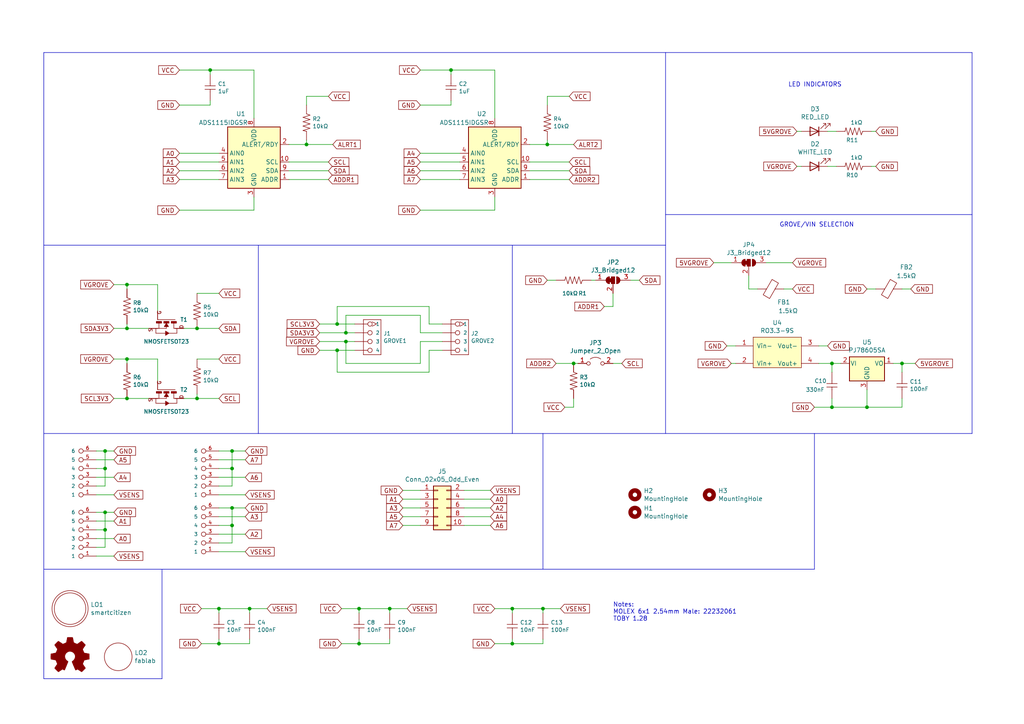
<source format=kicad_sch>
(kicad_sch (version 20230121) (generator eeschema)
  (paper "A4")
  (lib_symbols
    (symbol "Analog_ADC:ADS1115IDGS"
      (property "Reference" "U" (at 2.54 13.97 0))
      (property "Value" "ADS1115IDGS" (at 7.62 11.43 0))
      (symbol "ADS1115IDGS_1_1"
        (pin input line (at 10.16 -5.08 180) (length 2.54) (name "ADDR") (number "1"))
        (pin input line (at 10.16 0 180) (length 2.54) (name "SCL") (number "10"))
        (pin output line (at 10.16 5.08 180) (length 2.54) (name "ALERT/RDY") (number "2"))
        (pin power_in line (at 0 -10.16 90) (length 2.54) (name "GND") (number "3"))
        (pin input line (at -10.16 2.54 0) (length 2.54) (name "AIN0") (number "4"))
        (pin input line (at -10.16 0 0) (length 2.54) (name "AIN1") (number "5"))
        (pin input line (at -10.16 -2.54 0) (length 2.54) (name "AIN2") (number "6"))
        (pin input line (at -10.16 -5.08 0) (length 2.54) (name "AIN3") (number "7"))
        (pin power_in line (at 0 12.7 270) (length 2.54) (name "VDD") (number "8"))
        (pin bidirectional line (at 10.16 -2.54 180) (length 2.54) (name "SDA") (number "9"))
      )
    )
    (symbol "Connector_Generic:Conn_02x05_Odd_Even" (pin_names (offset 1.016) hide)
      (property "Reference" "J" (at 1.27 7.62 0))
      (property "Value" "Conn_02x05_Odd_Even" (at 1.27 -7.62 0))
      (symbol "Conn_02x05_Odd_Even_1_1"
        (pin passive line (at -5.08 5.08 0) (length 3.81) (name "Pin_1") (number "1"))
        (pin passive line (at 7.62 -5.08 180) (length 3.81) (name "Pin_10") (number "10"))
        (pin passive line (at 7.62 5.08 180) (length 3.81) (name "Pin_2") (number "2"))
        (pin passive line (at -5.08 2.54 0) (length 3.81) (name "Pin_3") (number "3"))
        (pin passive line (at 7.62 2.54 180) (length 3.81) (name "Pin_4") (number "4"))
        (pin passive line (at -5.08 0 0) (length 3.81) (name "Pin_5") (number "5"))
        (pin passive line (at 7.62 0 180) (length 3.81) (name "Pin_6") (number "6"))
        (pin passive line (at -5.08 -2.54 0) (length 3.81) (name "Pin_7") (number "7"))
        (pin passive line (at 7.62 -2.54 180) (length 3.81) (name "Pin_8") (number "8"))
        (pin passive line (at -5.08 -5.08 0) (length 3.81) (name "Pin_9") (number "9"))
      )
    )
    (symbol "Device:FerriteBead" (pin_numbers hide) (pin_names (offset 0))
      (property "Reference" "FB" (at -3.81 0.635 90))
      (property "Value" "FerriteBead" (at 3.81 0 90))
      (symbol "FerriteBead_1_1"
        (pin passive line (at 0 3.81 270) (length 2.54) (name "~") (number "1"))
        (pin passive line (at 0 -3.81 90) (length 2.54) (name "~") (number "2"))
      )
    )
    (symbol "Device:LED" (pin_numbers hide) (pin_names (offset 1.016) hide)
      (property "Reference" "D" (at 0 2.54 0))
      (property "Value" "LED" (at 0 -2.54 0))
      (symbol "LED_1_1"
        (pin passive line (at -3.81 0 0) (length 2.54) (name "K") (number "1"))
        (pin passive line (at 3.81 0 180) (length 2.54) (name "A") (number "2"))
      )
    )
    (symbol "Graphic:Logo_Open_Hardware_Small" (in_bom no) (on_board no))
    (symbol "Jumper:Jumper_2_Open" (pin_names (offset 0) hide)
      (property "Reference" "JP" (at 0 2.794 0))
      (property "Value" "Jumper_2_Open" (at 0 -2.286 0))
      (symbol "Jumper_2_Open_1_1"
        (pin passive line (at -5.08 0 0) (length 2.54) (name "A") (number "1"))
        (pin passive line (at 5.08 0 180) (length 2.54) (name "B") (number "2"))
      )
    )
    (symbol "Mechanical:MountingHole" (pin_names (offset 1.016))
      (property "Reference" "H" (at 0 5.08 0))
      (property "Value" "MountingHole" (at 0 3.175 0))
    )
    (symbol "Regulator_Linear:LM3480-5.0" (pin_names (offset 0.254))
      (property "Reference" "U" (at -3.81 3.175 0))
      (property "Value" "LM3480-5.0" (at 0 3.175 0))
      (symbol "LM3480-5.0_1_1"
        (pin power_out line (at 7.62 0 180) (length 2.54) (name "VO") (number "1"))
        (pin power_in line (at -7.62 0 0) (length 2.54) (name "VI") (number "2"))
        (pin power_in line (at 0 -7.62 90) (length 2.54) (name "GND") (number "3"))
      )
    )
    (symbol "smartcitizen-adc-8ch-step-rescue:CAP-UNPOLARIZEDFAB-fab" (pin_numbers hide) (pin_names (offset 1.016) hide)
      (property "Reference" "C" (at -3.81 2.54 0))
      (property "Value" "fab_CAP-UNPOLARIZEDFAB" (at -3.81 -3.81 0))
      (symbol "CAP-UNPOLARIZEDFAB-fab_1_1"
        (pin passive line (at -5.08 0 0) (length 2.54) (name "1") (number "1"))
        (pin passive line (at 2.54 0 180) (length 2.54) (name "2") (number "2"))
      )
    )
    (symbol "smartcitizen-adc-8ch-step-rescue:GROVE-CONNECTOR-DIP_4P-2.0_-OPL_Connector" (pin_numbers hide) (pin_names (offset 1.016))
      (property "Reference" "J" (at -6.35 6.35 0))
      (property "Value" "OPL_Connector_GROVE-CONNECTOR-DIP_4P-2.0_" (at 0 6.35 0))
      (symbol "GROVE-CONNECTOR-DIP_4P-2.0_-OPL_Connector_1_1"
        (pin bidirectional inverted_clock (at -3.81 3.81 0) (length 5.08) (name "1") (number "1"))
        (pin bidirectional inverted (at -3.81 1.27 0) (length 5.08) (name "2") (number "2"))
        (pin bidirectional inverted (at -3.81 -1.27 0) (length 5.08) (name "3") (number "3"))
        (pin bidirectional inverted (at -3.81 -3.81 0) (length 5.08) (name "4") (number "4"))
      )
    )
    (symbol "smartcitizen-adc-8ch-step-rescue:NMOSFETSOT23-fab" (pin_numbers hide) (pin_names (offset 1.016) hide)
      (property "Reference" "T" (at 2.54 2.54 0))
      (property "Value" "fab_NMOSFETSOT23" (at 2.54 0 0))
      (symbol "NMOSFETSOT23-fab_1_0"
        (text "D" (at -0.4826 4.3942 0) (effects (font (size 1.016 1.016))))
        (text "G" (at -4.5974 -2.032 0) (effects (font (size 1.016 1.016))))
        (text "S" (at 0.4826 -4.572 0) (effects (font (size 1.016 1.016))))
      )
      (symbol "NMOSFETSOT23-fab_1_1"
        (pin passive line (at 0 5.08 270) (length 2.54) (name "D") (number "1"))
        (pin passive line (at 0 -5.08 90) (length 2.54) (name "S") (number "2"))
        (pin passive line (at -5.08 -2.54 0) (length 2.54) (name "G") (number "3"))
      )
    )
    (symbol "smartcitizen-adc-8ch-step-rescue:PINHD-1x06-HEADER-fab" (pin_names (offset 1.016))
      (symbol "PINHD-1x06-HEADER-fab_1_1"
        (pin passive inverted (at 0 12.7 0) (length 5.08) (name "1") (number "1"))
        (pin passive inverted (at 0 10.16 0) (length 5.08) (name "2") (number "2"))
        (pin passive inverted (at 0 7.62 0) (length 5.08) (name "3") (number "3"))
        (pin passive inverted (at 0 5.08 0) (length 5.08) (name "4") (number "4"))
        (pin passive inverted (at 0 2.54 0) (length 5.08) (name "5") (number "5"))
        (pin passive inverted (at 0 0 0) (length 5.08) (name "6") (number "6"))
      )
    )
    (symbol "smartcitizen-adc-8ch-step-rescue:RES-US1206FAB-fab" (pin_numbers hide) (pin_names (offset 1.016) hide)
      (property "Reference" "R" (at -3.81 1.4986 0))
      (property "Value" "fab_RES-US1206FAB" (at -3.81 -3.302 0))
      (symbol "RES-US1206FAB-fab_1_1"
        (pin passive line (at -5.08 0 0) (length 2.54) (name "1") (number "1"))
        (pin passive line (at 5.08 0 180) (length 2.54) (name "2") (number "2"))
      )
    )
    (symbol "smartcitizen-adc-8ch-step-rescue:RO3.3-9S-Converter_DCDC" (pin_names (offset 1.016))
      (property "Reference" "U" (at 0 -5.08 0))
      (property "Value" "Converter_DCDC_RO3.3-9S" (at -1.27 6.35 0))
      (symbol "RO3.3-9S-Converter_DCDC_1_1"
        (pin input line (at -12.7 2.54 0) (length 5.08) (name "Vin-") (number "1"))
        (pin input line (at -12.7 -2.54 0) (length 5.08) (name "Vin+") (number "2"))
        (pin output line (at 11.43 2.54 180) (length 5.08) (name "Vout-") (number "3"))
        (pin output line (at 11.43 -2.54 180) (length 5.08) (name "Vout+") (number "4"))
      )
    )
    (symbol "smartcitizen-adc-8ch-step-rescue:SolderJumper_3_Bridged12-Jumper" (pin_names (offset 0) hide)
      (property "Reference" "JP" (at -2.54 -2.54 0))
      (property "Value" "Jumper_SolderJumper_3_Bridged12" (at 0 2.794 0))
      (symbol "SolderJumper_3_Bridged12-Jumper_1_1"
        (pin passive line (at -5.08 0 0) (length 2.54) (name "A") (number "1"))
        (pin input line (at 0 -3.81 90) (length 2.54) (name "C") (number "2"))
        (pin passive line (at 5.08 0 180) (length 2.54) (name "B") (number "3"))
      )
    )
    (symbol "smartcitizen-adc-8ch-step-rescue:fablab-logos" (pin_names (offset 1.016))
      (property "Reference" "U" (at 0 0 0))
      (property "Value" "logos_fablab" (at 0 0 0))
    )
    (symbol "smartcitizen-adc-8ch-step-rescue:smartcitizen-logos" (pin_names (offset 1.016))
      (property "Reference" "U" (at 0 0 0))
      (property "Value" "logos_smartcitizen" (at 0 0 0))
    )
  )
  (junction (at 67.31 147.32))
  (junction (at 241.3 118.11))
  (junction (at 88.9 41.91))
  (junction (at 166.37 105.41))
  (junction (at 97.79 93.98))
  (junction (at 63.5 186.69))
  (junction (at 67.31 152.4))
  (junction (at 251.46 118.11))
  (junction (at 72.39 176.53))
  (junction (at 30.48 130.81))
  (junction (at 97.79 101.6))
  (junction (at 63.5 176.53))
  (junction (at 148.59 186.69))
  (junction (at 36.83 95.25))
  (junction (at 57.15 95.25))
  (junction (at 148.59 176.53))
  (junction (at 36.83 115.57))
  (junction (at 67.31 130.81))
  (junction (at 30.48 148.59))
  (junction (at 104.14 186.69))
  (junction (at 100.33 99.06))
  (junction (at 30.48 135.89))
  (junction (at 157.48 176.53))
  (junction (at 113.03 176.53))
  (junction (at 57.15 115.57))
  (junction (at 130.81 20.32))
  (junction (at 261.62 105.41))
  (junction (at 100.33 96.52))
  (junction (at 158.75 41.91))
  (junction (at 67.31 135.89))
  (junction (at 241.3 105.41))
  (junction (at 30.48 153.67))
  (junction (at 36.83 82.55))
  (junction (at 104.14 176.53))
  (junction (at 60.96 20.32))
  (junction (at 36.83 104.14))
  (wire (pts (xy 52.07 60.96) (xy 73.66 60.96)))
  (wire (pts (xy 121.92 60.96) (xy 143.51 60.96)))
  (wire (pts (xy 83.82 52.07) (xy 95.25 52.07)))
  (wire (pts (xy 57.15 95.25) (xy 63.5 95.25)))
  (wire (pts (xy 63.5 149.86) (xy 71.12 149.86)))
  (wire (pts (xy 148.59 176.53) (xy 148.59 177.8)))
  (wire (pts (xy 67.31 130.81) (xy 71.12 130.81)))
  (wire (pts (xy 121.92 105.41) (xy 121.92 99.06)))
  (polyline (pts (xy 12.7 196.85) (xy 46.99 196.85)))
  (wire (pts (xy 124.46 93.98) (xy 128.27 93.98)))
  (wire (pts (xy 53.34 115.57) (xy 57.15 115.57)))
  (wire (pts (xy 63.5 186.69) (xy 72.39 186.69)))
  (wire (pts (xy 163.83 118.11) (xy 166.37 118.11)))
  (wire (pts (xy 27.94 140.97) (xy 30.48 140.97)))
  (wire (pts (xy 165.1 27.94) (xy 158.75 27.94)))
  (wire (pts (xy 63.5 147.32) (xy 67.31 147.32)))
  (wire (pts (xy 175.26 88.9) (xy 177.8 88.9)))
  (wire (pts (xy 36.83 82.55) (xy 45.72 82.55)))
  (wire (pts (xy 237.49 105.41) (xy 241.3 105.41)))
  (polyline (pts (xy 46.99 196.85) (xy 46.99 165.1)))
  (wire (pts (xy 100.33 105.41) (xy 121.92 105.41)))
  (wire (pts (xy 52.07 20.32) (xy 60.96 20.32)))
  (wire (pts (xy 104.14 186.69) (xy 113.03 186.69)))
  (wire (pts (xy 27.94 143.51) (xy 33.02 143.51)))
  (wire (pts (xy 241.3 115.57) (xy 241.3 118.11)))
  (wire (pts (xy 231.14 38.1) (xy 232.41 38.1)))
  (wire (pts (xy 177.8 88.9) (xy 177.8 85.09)))
  (wire (pts (xy 251.46 118.11) (xy 261.62 118.11)))
  (wire (pts (xy 133.35 52.07) (xy 121.92 52.07)))
  (wire (pts (xy 92.71 99.06) (xy 100.33 99.06)))
  (wire (pts (xy 30.48 158.75) (xy 30.48 153.67)))
  (wire (pts (xy 33.02 138.43) (xy 27.94 138.43)))
  (wire (pts (xy 158.75 27.94) (xy 158.75 30.48)))
  (wire (pts (xy 261.62 118.11) (xy 261.62 115.57)))
  (wire (pts (xy 67.31 147.32) (xy 71.12 147.32)))
  (polyline (pts (xy 74.93 71.12) (xy 74.93 125.73)))
  (wire (pts (xy 240.03 48.26) (xy 242.57 48.26)))
  (wire (pts (xy 130.81 30.48) (xy 130.81 29.21)))
  (wire (pts (xy 60.96 20.32) (xy 73.66 20.32)))
  (wire (pts (xy 27.94 135.89) (xy 30.48 135.89)))
  (wire (pts (xy 33.02 161.29) (xy 27.94 161.29)))
  (wire (pts (xy 116.84 142.24) (xy 121.92 142.24)))
  (wire (pts (xy 77.47 176.53) (xy 72.39 176.53)))
  (wire (pts (xy 121.92 20.32) (xy 130.81 20.32)))
  (wire (pts (xy 157.48 176.53) (xy 157.48 177.8)))
  (polyline (pts (xy 193.04 62.23) (xy 281.94 62.23)))
  (wire (pts (xy 153.67 41.91) (xy 158.75 41.91)))
  (wire (pts (xy 251.46 83.82) (xy 254 83.82)))
  (wire (pts (xy 95.25 27.94) (xy 88.9 27.94)))
  (wire (pts (xy 171.45 81.28) (xy 172.72 81.28)))
  (wire (pts (xy 67.31 152.4) (xy 67.31 147.32)))
  (wire (pts (xy 143.51 20.32) (xy 143.51 34.29)))
  (wire (pts (xy 30.48 148.59) (xy 27.94 148.59)))
  (wire (pts (xy 241.3 105.41) (xy 243.84 105.41)))
  (wire (pts (xy 128.27 101.6) (xy 124.46 101.6)))
  (wire (pts (xy 27.94 130.81) (xy 30.48 130.81)))
  (wire (pts (xy 212.09 105.41) (xy 213.36 105.41)))
  (wire (pts (xy 166.37 41.91) (xy 158.75 41.91)))
  (wire (pts (xy 27.94 158.75) (xy 30.48 158.75)))
  (wire (pts (xy 63.5 85.09) (xy 57.15 85.09)))
  (wire (pts (xy 182.88 81.28) (xy 185.42 81.28)))
  (wire (pts (xy 67.31 135.89) (xy 67.31 130.81)))
  (wire (pts (xy 102.87 96.52) (xy 100.33 96.52)))
  (wire (pts (xy 166.37 105.41) (xy 161.29 105.41)))
  (wire (pts (xy 67.31 152.4) (xy 67.31 157.48)))
  (wire (pts (xy 99.06 176.53) (xy 104.14 176.53)))
  (wire (pts (xy 143.51 60.96) (xy 143.51 57.15)))
  (wire (pts (xy 142.24 152.4) (xy 134.62 152.4)))
  (wire (pts (xy 121.92 152.4) (xy 116.84 152.4)))
  (wire (pts (xy 104.14 186.69) (xy 104.14 185.42)))
  (wire (pts (xy 254 38.1) (xy 252.73 38.1)))
  (wire (pts (xy 30.48 135.89) (xy 30.48 130.81)))
  (polyline (pts (xy 281.94 15.24) (xy 281.94 125.73)))
  (wire (pts (xy 58.42 186.69) (xy 63.5 186.69)))
  (wire (pts (xy 45.72 82.55) (xy 45.72 90.17)))
  (wire (pts (xy 73.66 60.96) (xy 73.66 57.15)))
  (wire (pts (xy 33.02 95.25) (xy 36.83 95.25)))
  (wire (pts (xy 217.17 83.82) (xy 219.71 83.82)))
  (polyline (pts (xy 12.7 15.24) (xy 12.7 196.85)))
  (wire (pts (xy 241.3 118.11) (xy 251.46 118.11)))
  (wire (pts (xy 236.22 118.11) (xy 241.3 118.11)))
  (wire (pts (xy 104.14 176.53) (xy 104.14 177.8)))
  (wire (pts (xy 251.46 113.03) (xy 251.46 118.11)))
  (wire (pts (xy 143.51 176.53) (xy 148.59 176.53)))
  (wire (pts (xy 241.3 105.41) (xy 241.3 107.95)))
  (wire (pts (xy 30.48 140.97) (xy 30.48 135.89)))
  (wire (pts (xy 52.07 44.45) (xy 63.5 44.45)))
  (wire (pts (xy 217.17 80.01) (xy 217.17 83.82)))
  (wire (pts (xy 134.62 142.24) (xy 142.24 142.24)))
  (wire (pts (xy 143.51 186.69) (xy 148.59 186.69)))
  (wire (pts (xy 73.66 20.32) (xy 73.66 34.29)))
  (polyline (pts (xy 12.7 125.73) (xy 281.94 125.73)))
  (wire (pts (xy 124.46 107.95) (xy 97.79 107.95)))
  (wire (pts (xy 27.94 151.13) (xy 33.02 151.13)))
  (wire (pts (xy 157.48 186.69) (xy 157.48 185.42)))
  (wire (pts (xy 97.79 101.6) (xy 92.71 101.6)))
  (wire (pts (xy 52.07 49.53) (xy 63.5 49.53)))
  (wire (pts (xy 95.25 49.53) (xy 83.82 49.53)))
  (wire (pts (xy 27.94 153.67) (xy 30.48 153.67)))
  (wire (pts (xy 240.03 100.33) (xy 237.49 100.33)))
  (wire (pts (xy 60.96 21.59) (xy 60.96 20.32)))
  (wire (pts (xy 100.33 96.52) (xy 92.71 96.52)))
  (wire (pts (xy 148.59 186.69) (xy 148.59 185.42)))
  (wire (pts (xy 36.83 104.14) (xy 36.83 105.41)))
  (wire (pts (xy 227.33 83.82) (xy 229.87 83.82)))
  (wire (pts (xy 118.11 176.53) (xy 113.03 176.53)))
  (wire (pts (xy 121.92 49.53) (xy 133.35 49.53)))
  (wire (pts (xy 83.82 41.91) (xy 88.9 41.91)))
  (wire (pts (xy 142.24 147.32) (xy 134.62 147.32)))
  (wire (pts (xy 222.25 76.2) (xy 229.87 76.2)))
  (wire (pts (xy 92.71 93.98) (xy 97.79 93.98)))
  (wire (pts (xy 57.15 114.3) (xy 57.15 115.57)))
  (wire (pts (xy 88.9 41.91) (xy 88.9 40.64)))
  (wire (pts (xy 128.27 96.52) (xy 121.92 96.52)))
  (wire (pts (xy 167.64 105.41) (xy 166.37 105.41)))
  (wire (pts (xy 158.75 81.28) (xy 161.29 81.28)))
  (wire (pts (xy 134.62 144.78) (xy 142.24 144.78)))
  (wire (pts (xy 97.79 93.98) (xy 102.87 93.98)))
  (wire (pts (xy 133.35 46.99) (xy 121.92 46.99)))
  (wire (pts (xy 60.96 30.48) (xy 60.96 29.21)))
  (wire (pts (xy 259.08 105.41) (xy 261.62 105.41)))
  (wire (pts (xy 36.83 115.57) (xy 43.18 115.57)))
  (wire (pts (xy 63.5 176.53) (xy 72.39 176.53)))
  (wire (pts (xy 166.37 118.11) (xy 166.37 115.57)))
  (wire (pts (xy 113.03 176.53) (xy 113.03 177.8)))
  (wire (pts (xy 57.15 115.57) (xy 63.5 115.57)))
  (wire (pts (xy 130.81 20.32) (xy 143.51 20.32)))
  (polyline (pts (xy 148.59 71.12) (xy 148.59 125.73)))
  (wire (pts (xy 231.14 48.26) (xy 232.41 48.26)))
  (wire (pts (xy 153.67 52.07) (xy 165.1 52.07)))
  (wire (pts (xy 67.31 135.89) (xy 67.31 140.97)))
  (wire (pts (xy 99.06 186.69) (xy 104.14 186.69)))
  (wire (pts (xy 148.59 186.69) (xy 157.48 186.69)))
  (wire (pts (xy 97.79 93.98) (xy 97.79 88.9)))
  (wire (pts (xy 63.5 160.02) (xy 71.12 160.02)))
  (wire (pts (xy 33.02 115.57) (xy 36.83 115.57)))
  (wire (pts (xy 33.02 104.14) (xy 36.83 104.14)))
  (wire (pts (xy 36.83 82.55) (xy 36.83 83.82)))
  (wire (pts (xy 72.39 176.53) (xy 72.39 177.8)))
  (wire (pts (xy 102.87 101.6) (xy 97.79 101.6)))
  (polyline (pts (xy 157.48 125.73) (xy 157.48 165.1)))
  (wire (pts (xy 63.5 138.43) (xy 71.12 138.43)))
  (wire (pts (xy 100.33 99.06) (xy 100.33 105.41)))
  (wire (pts (xy 121.92 30.48) (xy 130.81 30.48)))
  (wire (pts (xy 158.75 41.91) (xy 158.75 40.64)))
  (wire (pts (xy 33.02 82.55) (xy 36.83 82.55)))
  (wire (pts (xy 88.9 27.94) (xy 88.9 30.48)))
  (wire (pts (xy 36.83 95.25) (xy 43.18 95.25)))
  (wire (pts (xy 113.03 186.69) (xy 113.03 185.42)))
  (wire (pts (xy 116.84 149.86) (xy 121.92 149.86)))
  (wire (pts (xy 45.72 104.14) (xy 45.72 110.49)))
  (wire (pts (xy 104.14 176.53) (xy 113.03 176.53)))
  (wire (pts (xy 63.5 130.81) (xy 67.31 130.81)))
  (wire (pts (xy 30.48 130.81) (xy 33.02 130.81)))
  (wire (pts (xy 67.31 157.48) (xy 63.5 157.48)))
  (wire (pts (xy 97.79 88.9) (xy 124.46 88.9)))
  (wire (pts (xy 134.62 149.86) (xy 142.24 149.86)))
  (wire (pts (xy 33.02 148.59) (xy 30.48 148.59)))
  (wire (pts (xy 30.48 153.67) (xy 30.48 148.59)))
  (wire (pts (xy 63.5 154.94) (xy 71.12 154.94)))
  (wire (pts (xy 27.94 133.35) (xy 33.02 133.35)))
  (wire (pts (xy 63.5 186.69) (xy 63.5 185.42)))
  (wire (pts (xy 63.5 152.4) (xy 67.31 152.4)))
  (wire (pts (xy 58.42 176.53) (xy 63.5 176.53)))
  (wire (pts (xy 124.46 101.6) (xy 124.46 107.95)))
  (wire (pts (xy 116.84 144.78) (xy 121.92 144.78)))
  (wire (pts (xy 210.82 100.33) (xy 213.36 100.33)))
  (wire (pts (xy 121.92 91.44) (xy 100.33 91.44)))
  (wire (pts (xy 63.5 143.51) (xy 71.12 143.51)))
  (wire (pts (xy 67.31 140.97) (xy 63.5 140.97)))
  (wire (pts (xy 83.82 46.99) (xy 95.25 46.99)))
  (wire (pts (xy 264.16 83.82) (xy 261.62 83.82)))
  (wire (pts (xy 121.92 147.32) (xy 116.84 147.32)))
  (polyline (pts (xy 12.7 165.1) (xy 236.22 165.1)))
  (wire (pts (xy 207.01 76.2) (xy 212.09 76.2)))
  (polyline (pts (xy 12.7 71.12) (xy 193.04 71.12)))
  (wire (pts (xy 148.59 176.53) (xy 157.48 176.53)))
  (wire (pts (xy 52.07 30.48) (xy 60.96 30.48)))
  (wire (pts (xy 240.03 38.1) (xy 242.57 38.1)))
  (wire (pts (xy 53.34 95.25) (xy 57.15 95.25)))
  (polyline (pts (xy 12.7 15.24) (xy 281.94 15.24)))
  (wire (pts (xy 63.5 52.07) (xy 52.07 52.07)))
  (wire (pts (xy 261.62 105.41) (xy 265.43 105.41)))
  (wire (pts (xy 121.92 99.06) (xy 128.27 99.06)))
  (wire (pts (xy 121.92 96.52) (xy 121.92 91.44)))
  (wire (pts (xy 165.1 49.53) (xy 153.67 49.53)))
  (wire (pts (xy 100.33 99.06) (xy 102.87 99.06)))
  (wire (pts (xy 124.46 88.9) (xy 124.46 93.98)))
  (wire (pts (xy 96.52 41.91) (xy 88.9 41.91)))
  (wire (pts (xy 180.34 105.41) (xy 177.8 105.41)))
  (polyline (pts (xy 193.04 15.24) (xy 193.04 125.73)))
  (wire (pts (xy 261.62 105.41) (xy 261.62 107.95)))
  (wire (pts (xy 63.5 46.99) (xy 52.07 46.99)))
  (wire (pts (xy 153.67 46.99) (xy 165.1 46.99)))
  (wire (pts (xy 100.33 91.44) (xy 100.33 96.52)))
  (wire (pts (xy 33.02 156.21) (xy 27.94 156.21)))
  (wire (pts (xy 130.81 21.59) (xy 130.81 20.32)))
  (wire (pts (xy 63.5 135.89) (xy 67.31 135.89)))
  (wire (pts (xy 63.5 133.35) (xy 71.12 133.35)))
  (wire (pts (xy 162.56 176.53) (xy 157.48 176.53)))
  (wire (pts (xy 72.39 186.69) (xy 72.39 185.42)))
  (wire (pts (xy 97.79 107.95) (xy 97.79 101.6)))
  (wire (pts (xy 63.5 176.53) (xy 63.5 177.8)))
  (wire (pts (xy 252.73 48.26) (xy 254 48.26)))
  (wire (pts (xy 36.83 104.14) (xy 45.72 104.14)))
  (wire (pts (xy 36.83 93.98) (xy 36.83 95.25)))
  (wire (pts (xy 121.92 44.45) (xy 133.35 44.45)))
  (wire (pts (xy 63.5 104.14) (xy 57.15 104.14)))
  (polyline (pts (xy 236.22 125.73) (xy 236.22 165.1)))
  (text "LED INDICATORS" (at 228.6 25.4 0) (effects (font (size 1.27 1.27)) (justify left bottom)))
  (text "Notes:\nMOLEX 6x1 2.54mm Male: 22232061\nTOBY 1.28" (at 177.8 180.34 0) (effects (font (size 1.27 1.27)) (justify left bottom)))
  (text "GROVE/VIN SELECTION" (at 226.06 66.04 0) (effects (font (size 1.27 1.27)) (justify left bottom)))
  (global_label "A7" (shape input) (at 121.92 52.07 180) (property "Intersheetrefs" "${INTERSHEET_REFS}" (effects hide)))
  (global_label "GND" (shape input) (at 210.82 100.33 180) (property "Intersheetrefs" "${INTERSHEET_REFS}" (effects hide)))
  (global_label "A4" (shape input) (at 33.02 138.43 0) (property "Intersheetrefs" "${INTERSHEET_REFS}" (effects hide)))
  (global_label "GND" (shape input) (at 52.07 30.48 180) (property "Intersheetrefs" "${INTERSHEET_REFS}" (effects hide)))
  (global_label "A7" (shape input) (at 71.12 133.35 0) (property "Intersheetrefs" "${INTERSHEET_REFS}" (effects hide)))
  (global_label "GND" (shape input) (at 52.07 60.96 180) (property "Intersheetrefs" "${INTERSHEET_REFS}" (effects hide)))
  (global_label "VCC" (shape input) (at 229.87 83.82 0) (property "Intersheetrefs" "${INTERSHEET_REFS}" (effects hide)))
  (global_label "GND" (shape input) (at 236.22 118.11 180) (property "Intersheetrefs" "${INTERSHEET_REFS}" (effects hide)))
  (global_label "GND" (shape input) (at 264.16 83.82 0) (property "Intersheetrefs" "${INTERSHEET_REFS}" (effects hide)))
  (global_label "SDA" (shape input) (at 185.42 81.28 0) (property "Intersheetrefs" "${INTERSHEET_REFS}" (effects hide)))
  (global_label "VSENS" (shape input) (at 33.02 143.51 0) (property "Intersheetrefs" "${INTERSHEET_REFS}" (effects hide)))
  (global_label "5VGROVE" (shape input) (at 265.43 105.41 0) (property "Intersheetrefs" "${INTERSHEET_REFS}" (effects hide)))
  (global_label "GND" (shape input) (at 71.12 147.32 0) (property "Intersheetrefs" "${INTERSHEET_REFS}" (effects hide)))
  (global_label "VGROVE" (shape input) (at 229.87 76.2 0) (property "Intersheetrefs" "${INTERSHEET_REFS}" (effects hide)))
  (global_label "VSENS" (shape input) (at 77.47 176.53 0) (property "Intersheetrefs" "${INTERSHEET_REFS}" (effects hide)))
  (global_label "A6" (shape input) (at 121.92 49.53 180) (property "Intersheetrefs" "${INTERSHEET_REFS}" (effects hide)))
  (global_label "GND" (shape input) (at 58.42 186.69 180) (property "Intersheetrefs" "${INTERSHEET_REFS}" (effects hide)))
  (global_label "A7" (shape input) (at 116.84 152.4 180) (property "Intersheetrefs" "${INTERSHEET_REFS}" (effects hide)))
  (global_label "GND" (shape input) (at 33.02 130.81 0) (property "Intersheetrefs" "${INTERSHEET_REFS}" (effects hide)))
  (global_label "A6" (shape input) (at 142.24 152.4 0) (property "Intersheetrefs" "${INTERSHEET_REFS}" (effects hide)))
  (global_label "A0" (shape input) (at 52.07 44.45 180) (property "Intersheetrefs" "${INTERSHEET_REFS}" (effects hide)))
  (global_label "VGROVE" (shape input) (at 212.09 105.41 180) (property "Intersheetrefs" "${INTERSHEET_REFS}" (effects hide)))
  (global_label "SCL" (shape input) (at 165.1 46.99 0) (property "Intersheetrefs" "${INTERSHEET_REFS}" (effects hide)))
  (global_label "VCC" (shape input) (at 95.25 27.94 0) (property "Intersheetrefs" "${INTERSHEET_REFS}" (effects hide)))
  (global_label "VCC" (shape input) (at 165.1 27.94 0) (property "Intersheetrefs" "${INTERSHEET_REFS}" (effects hide)))
  (global_label "VSENS" (shape input) (at 71.12 143.51 0) (property "Intersheetrefs" "${INTERSHEET_REFS}" (effects hide)))
  (global_label "A0" (shape input) (at 142.24 144.78 0) (property "Intersheetrefs" "${INTERSHEET_REFS}" (effects hide)))
  (global_label "A5" (shape input) (at 116.84 149.86 180) (property "Intersheetrefs" "${INTERSHEET_REFS}" (effects hide)))
  (global_label "ADDR2" (shape input) (at 161.29 105.41 180) (property "Intersheetrefs" "${INTERSHEET_REFS}" (effects hide)))
  (global_label "SDA" (shape input) (at 165.1 49.53 0) (property "Intersheetrefs" "${INTERSHEET_REFS}" (effects hide)))
  (global_label "A3" (shape input) (at 116.84 147.32 180) (property "Intersheetrefs" "${INTERSHEET_REFS}" (effects hide)))
  (global_label "VCC" (shape input) (at 63.5 85.09 0) (property "Intersheetrefs" "${INTERSHEET_REFS}" (effects hide)))
  (global_label "VGROVE" (shape input) (at 231.14 48.26 180) (property "Intersheetrefs" "${INTERSHEET_REFS}" (effects hide)))
  (global_label "GND" (shape input) (at 71.12 130.81 0) (property "Intersheetrefs" "${INTERSHEET_REFS}" (effects hide)))
  (global_label "VSENS" (shape input) (at 142.24 142.24 0) (property "Intersheetrefs" "${INTERSHEET_REFS}" (effects hide)))
  (global_label "A1" (shape input) (at 33.02 151.13 0) (property "Intersheetrefs" "${INTERSHEET_REFS}" (effects hide)))
  (global_label "ALRT1" (shape input) (at 96.52 41.91 0) (property "Intersheetrefs" "${INTERSHEET_REFS}" (effects hide)))
  (global_label "A2" (shape input) (at 142.24 147.32 0) (property "Intersheetrefs" "${INTERSHEET_REFS}" (effects hide)))
  (global_label "A5" (shape input) (at 33.02 133.35 0) (property "Intersheetrefs" "${INTERSHEET_REFS}" (effects hide)))
  (global_label "VCC" (shape input) (at 63.5 104.14 0) (property "Intersheetrefs" "${INTERSHEET_REFS}" (effects hide)))
  (global_label "SDA3V3" (shape input) (at 33.02 95.25 180) (property "Intersheetrefs" "${INTERSHEET_REFS}" (effects hide)))
  (global_label "ADDR2" (shape input) (at 165.1 52.07 0) (property "Intersheetrefs" "${INTERSHEET_REFS}" (effects hide)))
  (global_label "A1" (shape input) (at 52.07 46.99 180) (property "Intersheetrefs" "${INTERSHEET_REFS}" (effects hide)))
  (global_label "ADDR1" (shape input) (at 95.25 52.07 0) (property "Intersheetrefs" "${INTERSHEET_REFS}" (effects hide)))
  (global_label "GND" (shape input) (at 143.51 186.69 180) (property "Intersheetrefs" "${INTERSHEET_REFS}" (effects hide)))
  (global_label "A4" (shape input) (at 121.92 44.45 180) (property "Intersheetrefs" "${INTERSHEET_REFS}" (effects hide)))
  (global_label "GND" (shape input) (at 121.92 60.96 180) (property "Intersheetrefs" "${INTERSHEET_REFS}" (effects hide)))
  (global_label "SCL" (shape input) (at 63.5 115.57 0) (property "Intersheetrefs" "${INTERSHEET_REFS}" (effects hide)))
  (global_label "GND" (shape input) (at 99.06 186.69 180) (property "Intersheetrefs" "${INTERSHEET_REFS}" (effects hide)))
  (global_label "SCL3V3" (shape input) (at 33.02 115.57 180) (property "Intersheetrefs" "${INTERSHEET_REFS}" (effects hide)))
  (global_label "VCC" (shape input) (at 143.51 176.53 180) (property "Intersheetrefs" "${INTERSHEET_REFS}" (effects hide)))
  (global_label "GND" (shape input) (at 33.02 148.59 0) (property "Intersheetrefs" "${INTERSHEET_REFS}" (effects hide)))
  (global_label "VSENS" (shape input) (at 118.11 176.53 0) (property "Intersheetrefs" "${INTERSHEET_REFS}" (effects hide)))
  (global_label "SDA" (shape input) (at 63.5 95.25 0) (property "Intersheetrefs" "${INTERSHEET_REFS}" (effects hide)))
  (global_label "GND" (shape input) (at 240.03 100.33 0) (property "Intersheetrefs" "${INTERSHEET_REFS}" (effects hide)))
  (global_label "GND" (shape input) (at 158.75 81.28 180) (property "Intersheetrefs" "${INTERSHEET_REFS}" (effects hide)))
  (global_label "GND" (shape input) (at 116.84 142.24 180) (property "Intersheetrefs" "${INTERSHEET_REFS}" (effects hide)))
  (global_label "ALRT2" (shape input) (at 166.37 41.91 0) (property "Intersheetrefs" "${INTERSHEET_REFS}" (effects hide)))
  (global_label "VCC" (shape input) (at 58.42 176.53 180) (property "Intersheetrefs" "${INTERSHEET_REFS}" (effects hide)))
  (global_label "VSENS" (shape input) (at 162.56 176.53 0) (property "Intersheetrefs" "${INTERSHEET_REFS}" (effects hide)))
  (global_label "SCL" (shape input) (at 180.34 105.41 0) (property "Intersheetrefs" "${INTERSHEET_REFS}" (effects hide)))
  (global_label "A4" (shape input) (at 142.24 149.86 0) (property "Intersheetrefs" "${INTERSHEET_REFS}" (effects hide)))
  (global_label "SCL" (shape input) (at 95.25 46.99 0) (property "Intersheetrefs" "${INTERSHEET_REFS}" (effects hide)))
  (global_label "SDA3V3" (shape input) (at 92.71 96.52 180) (property "Intersheetrefs" "${INTERSHEET_REFS}" (effects hide)))
  (global_label "VSENS" (shape input) (at 33.02 161.29 0) (property "Intersheetrefs" "${INTERSHEET_REFS}" (effects hide)))
  (global_label "A3" (shape input) (at 52.07 52.07 180) (property "Intersheetrefs" "${INTERSHEET_REFS}" (effects hide)))
  (global_label "5VGROVE" (shape input) (at 231.14 38.1 180) (property "Intersheetrefs" "${INTERSHEET_REFS}" (effects hide)))
  (global_label "VCC" (shape input) (at 121.92 20.32 180) (property "Intersheetrefs" "${INTERSHEET_REFS}" (effects hide)))
  (global_label "A1" (shape input) (at 116.84 144.78 180) (property "Intersheetrefs" "${INTERSHEET_REFS}" (effects hide)))
  (global_label "SDA" (shape input) (at 95.25 49.53 0) (property "Intersheetrefs" "${INTERSHEET_REFS}" (effects hide)))
  (global_label "VCC" (shape input) (at 163.83 118.11 180) (property "Intersheetrefs" "${INTERSHEET_REFS}" (effects hide)))
  (global_label "VGROVE" (shape input) (at 33.02 104.14 180) (property "Intersheetrefs" "${INTERSHEET_REFS}" (effects hide)))
  (global_label "A0" (shape input) (at 33.02 156.21 0) (property "Intersheetrefs" "${INTERSHEET_REFS}" (effects hide)))
  (global_label "GND" (shape input) (at 121.92 30.48 180) (property "Intersheetrefs" "${INTERSHEET_REFS}" (effects hide)))
  (global_label "GND" (shape input) (at 254 48.26 0) (property "Intersheetrefs" "${INTERSHEET_REFS}" (effects hide)))
  (global_label "A2" (shape input) (at 52.07 49.53 180) (property "Intersheetrefs" "${INTERSHEET_REFS}" (effects hide)))
  (global_label "A3" (shape input) (at 71.12 149.86 0) (property "Intersheetrefs" "${INTERSHEET_REFS}" (effects hide)))
  (global_label "ADDR1" (shape input) (at 175.26 88.9 180) (property "Intersheetrefs" "${INTERSHEET_REFS}" (effects hide)))
  (global_label "A2" (shape input) (at 71.12 154.94 0) (property "Intersheetrefs" "${INTERSHEET_REFS}" (effects hide)))
  (global_label "A5" (shape input) (at 121.92 46.99 180) (property "Intersheetrefs" "${INTERSHEET_REFS}" (effects hide)))
  (global_label "VCC" (shape input) (at 52.07 20.32 180) (property "Intersheetrefs" "${INTERSHEET_REFS}" (effects hide)))
  (global_label "SCL3V3" (shape input) (at 92.71 93.98 180) (property "Intersheetrefs" "${INTERSHEET_REFS}" (effects hide)))
  (global_label "VCC" (shape input) (at 99.06 176.53 180) (property "Intersheetrefs" "${INTERSHEET_REFS}" (effects hide)))
  (global_label "A6" (shape input) (at 71.12 138.43 0) (property "Intersheetrefs" "${INTERSHEET_REFS}" (effects hide)))
  (global_label "GND" (shape input) (at 254 38.1 0) (property "Intersheetrefs" "${INTERSHEET_REFS}" (effects hide)))
  (global_label "VGROVE" (shape input) (at 92.71 99.06 180) (property "Intersheetrefs" "${INTERSHEET_REFS}" (effects hide)))
  (global_label "VSENS" (shape input) (at 71.12 160.02 0) (property "Intersheetrefs" "${INTERSHEET_REFS}" (effects hide)))
  (global_label "GND" (shape input) (at 92.71 101.6 180) (property "Intersheetrefs" "${INTERSHEET_REFS}" (effects hide)))
  (global_label "5VGROVE" (shape input) (at 207.01 76.2 180) (property "Intersheetrefs" "${INTERSHEET_REFS}" (effects hide)))
  (global_label "GND" (shape input) (at 251.46 83.82 180) (property "Intersheetrefs" "${INTERSHEET_REFS}" (effects hide)))
  (global_label "VGROVE" (shape input) (at 33.02 82.55 180) (property "Intersheetrefs" "${INTERSHEET_REFS}" (effects hide)))
  (symbol (lib_id "Analog_ADC:ADS1115IDGS") (at 73.66 46.99 0) (unit 1)
    (property "Reference" "U1" (at 69.85 33.02 0))
    (property "Value" "ADS1115IDGSR" (at 64.77 35.56 0))
    (property "Footprint" "Package_SO:TSSOP-10_3x3mm_P0.5mm" (effects hide))
    (property "Datasheet" "http://www.ti.com/lit/ds/symlink/ads1113.pdf" (effects hide))
    (property "Manufacturer" "Texas Instruments" (effects hide))
    (property "MFR.Part #" "ADS1115IDGSR" (effects hide))
    (property "LCSC" "C37593" (effects hide))
  )
  (symbol (lib_id "smartcitizen-adc-8ch-step-rescue:CAP-UNPOLARIZEDFAB-fab") (at 60.96 26.67 270) (unit 1)
    (property "Reference" "C1" (at 63.1952 24.3332 90) (effects (font (size 1.143 1.143)) (justify left)))
    (property "Value" "1uF" (at 63.1952 26.4668 90) (effects (font (size 1.143 1.143)) (justify left)))
    (property "Footprint" "Capacitor_SMD:C_0805_2012Metric" (effects hide))
    (property "Datasheet" "https://datasheet.lcsc.com/szlcsc/Samsung-Electro-Mechanics-CL21B105KBFNNNE_C28323.pdf" (effects hide))
    (property "Manufacturer" "Samsung Electro-Mechanics" (effects hide))
    (property "MFR.Part #" "CL21B105KBFNNNE" (effects hide))
    (property "LCSC" "C28323" (effects hide))
  )
  (symbol (lib_id "smartcitizen-adc-8ch-step-rescue:RES-US1206FAB-fab") (at 88.9 35.56 270) (unit 1)
    (property "Reference" "R2" (at 90.6272 34.4932 90) (effects (font (size 1.143 1.143)) (justify left)))
    (property "Value" "10kΩ" (at 90.6272 36.6268 90) (effects (font (size 1.143 1.143)) (justify left)))
    (property "Footprint" "Resistor_SMD:R_0603_1608Metric" (effects hide))
    (property "Datasheet" "https://datasheet.lcsc.com/szlcsc/Uniroyal-Elec-0603WAF1002T5E_C25804.pdf" (effects hide))
    (property "Manufacturer" "Uniroyal Elec" (effects hide))
    (property "MFR.Part #" "0603WAF1002T5E" (effects hide))
    (property "LCSC" "C25804" (effects hide))
  )
  (symbol (lib_id "smartcitizen-adc-8ch-step-rescue:CAP-UNPOLARIZEDFAB-fab") (at 72.39 182.88 270) (unit 1)
    (property "Reference" "C4" (at 74.6252 180.5432 90) (effects (font (size 1.143 1.143)) (justify left)))
    (property "Value" "100nF" (at 74.6252 182.6768 90) (effects (font (size 1.143 1.143)) (justify left)))
    (property "Footprint" "Capacitor_SMD:C_0805_2012Metric_Pad1.18x1.45mm_HandSolder" (effects hide))
    (property "Datasheet" "https://datasheet.lcsc.com/lcsc/1811061632_YAGEO-CC0805JRX7R9BB104_C111492.pdf" (effects hide))
    (property "Manufacturer" "YAGEO" (effects hide))
    (property "MFR.Part #" "CC0805JRX7R9BB104" (effects hide))
    (property "LCSC" "C111492" (effects hide))
  )
  (symbol (lib_id "smartcitizen-adc-8ch-step-rescue:CAP-UNPOLARIZEDFAB-fab") (at 63.5 182.88 270) (unit 1)
    (property "Reference" "C3" (at 65.7352 180.5432 90) (effects (font (size 1.143 1.143)) (justify left)))
    (property "Value" "10nF" (at 65.7352 182.6768 90) (effects (font (size 1.143 1.143)) (justify left)))
    (property "Footprint" "Capacitor_SMD:C_0805_2012Metric_Pad1.18x1.45mm_HandSolder" (effects hide))
    (property "Datasheet" "https://datasheet.lcsc.com/lcsc/1810311413_YAGEO-CC0805KRX7R0BB103_C107135.pdf" (effects hide))
    (property "Manufacturer" "YAGEO" (effects hide))
    (property "MFR.Part #" "CC0805KRX7R0BB103" (effects hide))
    (property "LCSC" "C107135" (effects hide))
  )
  (symbol (lib_id "smartcitizen-adc-8ch-step-rescue:NMOSFETSOT23-fab") (at 48.26 95.25 270) (unit 1)
    (property "Reference" "T1" (at 53.34 92.71 90) (effects (font (size 1.143 1.143))))
    (property "Value" "NMOSFETSOT23" (at 48.26 99.06 90) (effects (font (size 1.143 1.143))))
    (property "Footprint" "fab-SOT-23" (effects hide))
    (property "Datasheet" "https://datasheet.lcsc.com/szlcsc/1912111437_BORN-SI2310_C431497.pdf" (effects hide))
    (property "Manufacturer" "BORN" (effects hide))
    (property "MFR.Part #" "SI2310" (effects hide))
    (property "LCSC" "C431497" (effects hide))
  )
  (symbol (lib_id "Device:FerriteBead") (at 223.52 83.82 270) (unit 1)
    (property "Reference" "FB1" (at 227.33 87.63 90))
    (property "Value" "1.5kΩ" (at 228.6 90.17 90))
    (property "Footprint" "Resistor_SMD:R_0805_2012Metric_Pad1.20x1.40mm_HandSolder" (effects hide))
    (property "Datasheet" "https://datasheet.lcsc.com/szlcsc/TDK-MMZ2012Y152B_C21517.pdf" (effects hide))
    (property "Manufacturer" "TDK" (effects hide))
    (property "MFR.Part #" "MMZ2012Y152B" (effects hide))
    (property "LCSC" "C21517" (effects hide))
  )
  (symbol (lib_id "smartcitizen-adc-8ch-step-rescue:GROVE-CONNECTOR-DIP_4P-2.0_-OPL_Connector") (at 106.68 97.79 0) (unit 1)
    (property "Reference" "J1" (at 111.2012 96.7232 0) (effects (font (size 1.143 1.143)) (justify left)))
    (property "Value" "GROVE1" (at 111.2012 98.8568 0) (effects (font (size 1.143 1.143)) (justify left)))
    (property "Footprint" "OPL_Connector:HW4-SMD-2.0-90D" (effects hide))
    (property "SKU" "320110033" (effects hide))
  )
  (symbol (lib_id "smartcitizen-adc-8ch-step-rescue:GROVE-CONNECTOR-DIP_4P-2.0_-OPL_Connector") (at 132.08 97.79 0) (unit 1)
    (property "Reference" "J2" (at 136.6012 96.7232 0) (effects (font (size 1.143 1.143)) (justify left)))
    (property "Value" "GROVE2" (at 136.6012 98.8568 0) (effects (font (size 1.143 1.143)) (justify left)))
    (property "Footprint" "OPL_Connector:HW4-SMD-2.0-90D" (effects hide))
    (property "SKU" "320110033" (effects hide))
  )
  (symbol (lib_id "smartcitizen-adc-8ch-step-rescue:PINHD-1x06-HEADER-fab") (at 27.94 148.59 180) (unit 1)
    (property "Reference" "M2" (effects hide))
    (property "Value" "PINHD-1x06-HEADER" (effects hide))
    (property "Footprint" "Connector_Molex:Molex_KK-254_AE-6410-06A_1x06_P2.54mm_Vertical" (effects hide))
  )
  (symbol (lib_id "smartcitizen-adc-8ch-step-rescue:PINHD-1x06-HEADER-fab") (at 63.5 147.32 180) (unit 1)
    (property "Reference" "M4" (effects hide))
    (property "Value" "PINHD-1x06-HEADER" (effects hide))
    (property "Footprint" "Connector_Molex:Molex_KK-254_AE-6410-06A_1x06_P2.54mm_Vertical" (effects hide))
  )
  (symbol (lib_id "smartcitizen-adc-8ch-step-rescue:PINHD-1x06-HEADER-fab") (at 27.94 130.81 180) (unit 1)
    (property "Reference" "M1" (effects hide))
    (property "Value" "PINHD-1x06-HEADER" (effects hide))
    (property "Footprint" "Connector_Molex:Molex_KK-254_AE-6410-06A_1x06_P2.54mm_Vertical" (effects hide))
  )
  (symbol (lib_id "smartcitizen-adc-8ch-step-rescue:PINHD-1x06-HEADER-fab") (at 63.5 130.81 180) (unit 1)
    (property "Reference" "M3" (effects hide))
    (property "Value" "PINHD-1x06-HEADER" (effects hide))
    (property "Footprint" "Connector_Molex:Molex_KK-254_AE-6410-06A_1x06_P2.54mm_Vertical" (effects hide))
  )
  (symbol (lib_id "Jumper:Jumper_2_Open") (at 172.72 105.41 0) (unit 1)
    (property "Reference" "JP3" (at 172.72 99.441 0))
    (property "Value" "Jumper_2_Open" (at 172.72 101.7524 0))
    (property "Footprint" "Jumper:SolderJumper-2_P1.3mm_Open_RoundedPad1.0x1.5mm" (effects hide))
  )
  (symbol (lib_id "Connector_Generic:Conn_02x05_Odd_Even") (at 127 147.32 0) (unit 1)
    (property "Reference" "J5" (at 128.27 136.7282 0))
    (property "Value" "Conn_02x05_Odd_Even" (at 128.27 139.0396 0))
    (property "Footprint" "Connector_PinSocket_2.00mm:PinSocket_2x05_P2.00mm_Vertical" (effects hide))
    (property "Datasheet" "https://www.toby.co.uk/cable-wire-to-board/200mm-idc-connectors/c05-valcon-wire-to-board-2mm-straight-pcb-mount-idc-box-header-57mm-pcb-profile/" (effects hide))
  )
  (symbol (lib_id "Device:LED") (at 236.22 48.26 180) (unit 1)
    (property "Reference" "D2" (at 236.3978 41.783 0))
    (property "Value" "WHITE_LED" (at 236.3978 44.0944 0))
    (property "Footprint" "LED_SMD:LED_0402_1005Metric" (effects hide))
    (property "Datasheet" "https://datasheet.lcsc.com/szlcsc/1809141612_BrtLed-Bright-LED-Elec-BL-HZ337A-L6-TRB_C189305.pdf" (effects hide))
    (property "Manufacturer" "BrtLed(Bright LED Elec)" (effects hide))
    (property "MFR.Part #" "BL-HZ337A-L6-TRB" (effects hide))
    (property "LCSC" "C189305" (effects hide))
  )
  (symbol (lib_id "smartcitizen-adc-8ch-step-rescue:CAP-UNPOLARIZEDFAB-fab") (at 130.81 26.67 270) (unit 1)
    (property "Reference" "C2" (at 133.0452 24.3332 90) (effects (font (size 1.143 1.143)) (justify left)))
    (property "Value" "1uF" (at 133.0452 26.4668 90) (effects (font (size 1.143 1.143)) (justify left)))
    (property "Footprint" "Capacitor_SMD:C_0805_2012Metric" (effects hide))
    (property "Datasheet" "https://datasheet.lcsc.com/szlcsc/Samsung-Electro-Mechanics-CL21B105KBFNNNE_C28323.pdf" (effects hide))
    (property "Manufacturer" "Samsung Electro-Mechanics" (effects hide))
    (property "MFR.Part #" "CL21B105KBFNNNE" (effects hide))
    (property "LCSC" "C28323" (effects hide))
  )
  (symbol (lib_id "Analog_ADC:ADS1115IDGS") (at 143.51 46.99 0) (unit 1)
    (property "Reference" "U2" (at 139.7 33.02 0))
    (property "Value" "ADS1115IDGSR" (at 134.62 35.56 0))
    (property "Footprint" "Package_SO:TSSOP-10_3x3mm_P0.5mm" (effects hide))
    (property "Datasheet" "http://www.ti.com/lit/ds/symlink/ads1113.pdf" (effects hide))
    (property "Manufacturer" "Texas Instruments" (effects hide))
    (property "MFR.Part #" "ADS1115IDGSR" (effects hide))
    (property "LCSC" "C37593" (effects hide))
  )
  (symbol (lib_id "smartcitizen-adc-8ch-step-rescue:RES-US1206FAB-fab") (at 166.37 81.28 180) (unit 1)
    (property "Reference" "R1" (at 170.18 85.09 0) (effects (font (size 1.143 1.143)) (justify left)))
    (property "Value" "10kΩ" (at 167.64 85.09 0) (effects (font (size 1.143 1.143)) (justify left)))
    (property "Footprint" "Resistor_SMD:R_0603_1608Metric" (effects hide))
    (property "Datasheet" "https://datasheet.lcsc.com/szlcsc/Uniroyal-Elec-0603WAF1002T5E_C25804.pdf" (effects hide))
    (property "Manufacturer" "Uniroyal Elec" (effects hide))
    (property "MFR.Part #" "0603WAF1002T5E" (effects hide))
    (property "LCSC" "C25804" (effects hide))
  )
  (symbol (lib_id "smartcitizen-adc-8ch-step-rescue:RES-US1206FAB-fab") (at 166.37 110.49 270) (unit 1)
    (property "Reference" "R3" (at 168.0972 109.4232 90) (effects (font (size 1.143 1.143)) (justify left)))
    (property "Value" "10kΩ" (at 168.0972 111.5568 90) (effects (font (size 1.143 1.143)) (justify left)))
    (property "Footprint" "Resistor_SMD:R_0603_1608Metric" (effects hide))
    (property "Datasheet" "https://datasheet.lcsc.com/szlcsc/Uniroyal-Elec-0603WAF1002T5E_C25804.pdf" (effects hide))
    (property "Manufacturer" "Uniroyal Elec" (effects hide))
    (property "MFR.Part #" "0603WAF1002T5E" (effects hide))
    (property "LCSC" "C25804" (effects hide))
  )
  (symbol (lib_id "smartcitizen-adc-8ch-step-rescue:RES-US1206FAB-fab") (at 158.75 35.56 270) (unit 1)
    (property "Reference" "R4" (at 160.4772 34.4932 90) (effects (font (size 1.143 1.143)) (justify left)))
    (property "Value" "10kΩ" (at 160.4772 36.6268 90) (effects (font (size 1.143 1.143)) (justify left)))
    (property "Footprint" "Resistor_SMD:R_0603_1608Metric" (effects hide))
    (property "Datasheet" "https://datasheet.lcsc.com/szlcsc/Uniroyal-Elec-0603WAF1002T5E_C25804.pdf" (effects hide))
    (property "Manufacturer" "Uniroyal Elec" (effects hide))
    (property "MFR.Part #" "0603WAF1002T5E" (effects hide))
    (property "LCSC" "C25804" (effects hide))
  )
  (symbol (lib_id "smartcitizen-adc-8ch-step-rescue:RES-US1206FAB-fab") (at 36.83 88.9 270) (unit 1)
    (property "Reference" "R8" (at 38.5572 87.8332 90) (effects (font (size 1.143 1.143)) (justify left)))
    (property "Value" "10kΩ" (at 38.5572 89.9668 90) (effects (font (size 1.143 1.143)) (justify left)))
    (property "Footprint" "Resistor_SMD:R_0603_1608Metric" (effects hide))
    (property "Datasheet" "https://datasheet.lcsc.com/szlcsc/Uniroyal-Elec-0603WAF1002T5E_C25804.pdf" (effects hide))
    (property "Manufacturer" "Uniroyal Elec" (effects hide))
    (property "MFR.Part #" "0603WAF1002T5E" (effects hide))
    (property "LCSC" "C25804" (effects hide))
  )
  (symbol (lib_id "smartcitizen-adc-8ch-step-rescue:RES-US1206FAB-fab") (at 57.15 90.17 270) (unit 1)
    (property "Reference" "R5" (at 58.8772 89.1032 90) (effects (font (size 1.143 1.143)) (justify left)))
    (property "Value" "10kΩ" (at 58.8772 91.2368 90) (effects (font (size 1.143 1.143)) (justify left)))
    (property "Footprint" "Resistor_SMD:R_0603_1608Metric" (effects hide))
    (property "Datasheet" "https://datasheet.lcsc.com/szlcsc/Uniroyal-Elec-0603WAF1002T5E_C25804.pdf" (effects hide))
    (property "Manufacturer" "Uniroyal Elec" (effects hide))
    (property "MFR.Part #" "0603WAF1002T5E" (effects hide))
    (property "LCSC" "C25804" (effects hide))
  )
  (symbol (lib_id "smartcitizen-adc-8ch-step-rescue:RES-US1206FAB-fab") (at 36.83 110.49 270) (unit 1)
    (property "Reference" "R6" (at 38.5572 109.4232 90) (effects (font (size 1.143 1.143)) (justify left)))
    (property "Value" "10kΩ" (at 38.5572 111.5568 90) (effects (font (size 1.143 1.143)) (justify left)))
    (property "Footprint" "Resistor_SMD:R_0603_1608Metric" (effects hide))
    (property "Datasheet" "https://datasheet.lcsc.com/szlcsc/Uniroyal-Elec-0603WAF1002T5E_C25804.pdf" (effects hide))
    (property "Manufacturer" "Uniroyal Elec" (effects hide))
    (property "MFR.Part #" "0603WAF1002T5E" (effects hide))
    (property "LCSC" "C25804" (effects hide))
  )
  (symbol (lib_id "smartcitizen-adc-8ch-step-rescue:RES-US1206FAB-fab") (at 57.15 109.22 270) (unit 1)
    (property "Reference" "R7" (at 58.8772 108.1532 90) (effects (font (size 1.143 1.143)) (justify left)))
    (property "Value" "10kΩ" (at 58.8772 110.2868 90) (effects (font (size 1.143 1.143)) (justify left)))
    (property "Footprint" "Resistor_SMD:R_0603_1608Metric" (effects hide))
    (property "Datasheet" "https://datasheet.lcsc.com/szlcsc/Uniroyal-Elec-0603WAF1002T5E_C25804.pdf" (effects hide))
    (property "Manufacturer" "Uniroyal Elec" (effects hide))
    (property "MFR.Part #" "0603WAF1002T5E" (effects hide))
    (property "LCSC" "C25804" (effects hide))
  )
  (symbol (lib_id "smartcitizen-adc-8ch-step-rescue:RES-US1206FAB-fab") (at 247.65 48.26 180) (unit 1)
    (property "Reference" "R10" (at 248.92 50.8 0) (effects (font (size 1.143 1.143)) (justify left)))
    (property "Value" "1kΩ" (at 250.19 45.72 0) (effects (font (size 1.143 1.143)) (justify left)))
    (property "Footprint" "Resistor_SMD:R_0402_1005Metric" (effects hide))
    (property "Datasheet" "https://datasheet.lcsc.com/szlcsc/Uniroyal-Elec-0402WGF1001TCE_C11702.pdf" (effects hide))
    (property "Manufacturer" "Uniroyal Elec" (effects hide))
    (property "MFR.Part #" "0402WGF1001TCE" (effects hide))
    (property "LCSC" "C11702" (effects hide))
  )
  (symbol (lib_id "smartcitizen-adc-8ch-step-rescue:NMOSFETSOT23-fab") (at 48.26 115.57 270) (unit 1)
    (property "Reference" "T2" (at 53.34 113.03 90) (effects (font (size 1.143 1.143))))
    (property "Value" "NMOSFETSOT23" (at 48.26 119.38 90) (effects (font (size 1.143 1.143))))
    (property "Footprint" "fab-SOT-23" (effects hide))
    (property "Datasheet" "https://datasheet.lcsc.com/szlcsc/1912111437_BORN-SI2310_C431497.pdf" (effects hide))
    (property "Manufacturer" "BORN" (effects hide))
    (property "MFR.Part #" "SI2310" (effects hide))
    (property "LCSC" "C431497" (effects hide))
  )
  (symbol (lib_id "Device:FerriteBead") (at 257.81 83.82 270) (unit 1)
    (property "Reference" "FB2" (at 262.89 77.47 90))
    (property "Value" "1.5kΩ" (at 262.89 80.01 90))
    (property "Footprint" "Resistor_SMD:R_0805_2012Metric_Pad1.20x1.40mm_HandSolder" (effects hide))
    (property "Datasheet" "https://datasheet.lcsc.com/szlcsc/TDK-MMZ2012Y152B_C21517.pdf" (effects hide))
    (property "Manufacturer" "TDK" (effects hide))
    (property "MFR.Part #" "MMZ2012Y152B" (effects hide))
    (property "LCSC" "C21517" (effects hide))
  )
  (symbol (lib_id "Regulator_Linear:LM3480-5.0") (at 251.46 105.41 0) (unit 1)
    (property "Reference" "U5" (at 251.46 99.2632 0))
    (property "Value" "PJ78605SA" (at 251.46 101.5746 0))
    (property "Footprint" "Package_TO_SOT_SMD:SOT-23" (effects hide))
    (property "Datasheet" "https://datasheet.lcsc.com/lcsc/1912111437_PJSEMI-PJ78L05SA_C411751.pdf" (effects hide))
    (property "LCSC" "C411751" (effects hide))
  )
  (symbol (lib_id "Graphic:Logo_Open_Hardware_Small") (at 20.32 190.5 0) (unit 1)
    (property "Reference" "OSH1" (effects hide))
    (property "Value" "Logo_Open_Hardware_Small" (effects hide))
    (property "Footprint" "Symbol:OSHW-Symbol_6.7x6mm_SilkScreen" (effects hide))
  )
  (symbol (lib_id "smartcitizen-adc-8ch-step-rescue:smartcitizen-logos") (at 20.32 176.53 0) (unit 1)
    (property "Reference" "LO1" (at 26.2636 175.3616 0) (effects (justify left)))
    (property "Value" "smartcitizen" (at 26.2636 177.673 0) (effects (justify left)))
    (property "Footprint" "logos:smartcitizen" (effects hide))
  )
  (symbol (lib_id "smartcitizen-adc-8ch-step-rescue:fablab-logos") (at 34.29 190.5 0) (unit 1)
    (property "Reference" "LO2" (at 39.0144 189.3316 0) (effects (justify left)))
    (property "Value" "fablab" (at 39.0144 191.643 0) (effects (justify left)))
    (property "Footprint" "logos:fablab" (effects hide))
  )
  (symbol (lib_id "smartcitizen-adc-8ch-step-rescue:SolderJumper_3_Bridged12-Jumper") (at 217.17 76.2 0) (unit 1)
    (property "Reference" "JP4" (at 217.17 70.993 0))
    (property "Value" "J3_Bridged12" (at 217.17 73.3044 0))
    (property "Footprint" "Jumper:SolderJumper-3_P1.3mm_Bridged12_RoundedPad1.0x1.5mm" (effects hide))
  )
  (symbol (lib_id "smartcitizen-adc-8ch-step-rescue:RES-US1206FAB-fab") (at 247.65 38.1 180) (unit 1)
    (property "Reference" "R11" (at 248.92 40.64 0) (effects (font (size 1.143 1.143)) (justify left)))
    (property "Value" "1kΩ" (at 250.19 35.56 0) (effects (font (size 1.143 1.143)) (justify left)))
    (property "Footprint" "Resistor_SMD:R_0402_1005Metric" (effects hide))
    (property "Datasheet" "https://datasheet.lcsc.com/szlcsc/Uniroyal-Elec-0402WGF1001TCE_C11702.pdf" (effects hide))
    (property "Manufacturer" "Uniroyal Elec" (effects hide))
    (property "MFR.Part #" "0402WGF1001TCE" (effects hide))
    (property "LCSC" "C11702" (effects hide))
  )
  (symbol (lib_id "Device:LED") (at 236.22 38.1 180) (unit 1)
    (property "Reference" "D3" (at 236.3978 31.623 0))
    (property "Value" "RED_LED" (at 236.3978 33.9344 0))
    (property "Footprint" "LED_SMD:LED_0402_1005Metric" (effects hide))
    (property "Datasheet" "https://datasheet.lcsc.com/szlcsc/1808291043_Brightek-Optoelectronics-2SA0402S11A0JT01_C233194.pdf" (effects hide))
    (property "Manufacturer" "Brightek Optoelectronics" (effects hide))
    (property "MFR.Part #" "2SA0402S11A0JT01" (effects hide))
    (property "LCSC" "C233194" (effects hide))
  )
  (symbol (lib_id "smartcitizen-adc-8ch-step-rescue:CAP-UNPOLARIZEDFAB-fab") (at 241.3 113.03 270) (unit 1)
    (property "Reference" "C10" (at 236.22 110.49 90) (effects (font (size 1.143 1.143)) (justify left)))
    (property "Value" "330nF" (at 233.68 113.03 90) (effects (font (size 1.143 1.143)) (justify left)))
    (property "Footprint" "fab-C1206FAB" (effects hide))
    (property "Datasheet" "https://datasheet.lcsc.com/szlcsc/Samsung-Electro-Mechanics-CL31B104KBCNNNC_C24497.pdf" (effects hide))
    (property "Manufacturer" "Samsung Electro-Mechanics" (effects hide))
    (property "MFR.Part #" "CL31B334KBFNNNE" (effects hide))
    (property "LCSC" "C307572" (effects hide))
  )
  (symbol (lib_id "smartcitizen-adc-8ch-step-rescue:CAP-UNPOLARIZEDFAB-fab") (at 261.62 113.03 270) (unit 1)
    (property "Reference" "C11" (at 263.8552 110.6932 90) (effects (font (size 1.143 1.143)) (justify left)))
    (property "Value" "100nF" (at 263.8552 112.8268 90) (effects (font (size 1.143 1.143)) (justify left)))
    (property "Footprint" "fab-C1206FAB" (effects hide))
    (property "Datasheet" "https://datasheet.lcsc.com/szlcsc/Samsung-Electro-Mechanics-CL31B104KBCNNNC_C24497.pdf" (effects hide))
    (property "Manufacturer" "Samsung Electro-Mechanics" (effects hide))
    (property "MFR.Part #" "CL31B104KBCNNNC" (effects hide))
    (property "LCSC" "C24497" (effects hide))
  )
  (symbol (lib_id "smartcitizen-adc-8ch-step-rescue:RO3.3-9S-Converter_DCDC") (at 226.06 102.87 0) (unit 1)
    (property "Reference" "U4" (at 225.425 93.599 0))
    (property "Value" "RO3.3-9S" (at 225.425 95.9104 0))
    (property "Footprint" "Converter_DCDC:Converter_DCDC_RECOM_RO_3.309S" (effects hide))
    (property "Datasheet" "https://www.mouser.es/datasheet/2/468/RO-1711124.pdf" (effects hide))
  )
  (symbol (lib_id "Mechanical:MountingHole") (at 184.15 148.59 0) (unit 1)
    (property "Reference" "H1" (at 186.69 147.4216 0) (effects (justify left)))
    (property "Value" "MountingHole" (at 186.69 149.733 0) (effects (justify left)))
    (property "Footprint" "MountingHole:MountingHole_3.2mm_M3" (effects hide))
  )
  (symbol (lib_id "smartcitizen-adc-8ch-step-rescue:SolderJumper_3_Bridged12-Jumper") (at 177.8 81.28 0) (unit 1)
    (property "Reference" "JP2" (at 177.8 76.073 0))
    (property "Value" "J3_Bridged12" (at 177.8 78.3844 0))
    (property "Footprint" "Jumper:SolderJumper-3_P1.3mm_Bridged12_RoundedPad1.0x1.5mm" (effects hide))
  )
  (symbol (lib_id "Mechanical:MountingHole") (at 184.15 143.51 0) (unit 1)
    (property "Reference" "H2" (at 186.69 142.3416 0) (effects (justify left)))
    (property "Value" "MountingHole" (at 186.69 144.653 0) (effects (justify left)))
    (property "Footprint" "MountingHole:MountingHole_3.2mm_M3" (effects hide))
  )
  (symbol (lib_id "Mechanical:MountingHole") (at 205.74 143.51 0) (unit 1)
    (property "Reference" "H3" (at 208.28 142.3416 0) (effects (justify left)))
    (property "Value" "MountingHole" (at 208.28 144.653 0) (effects (justify left)))
    (property "Footprint" "MountingHole:MountingHole_3.2mm_M3" (effects hide))
  )
  (symbol (lib_id "smartcitizen-adc-8ch-step-rescue:CAP-UNPOLARIZEDFAB-fab") (at 104.14 182.88 270) (unit 1)
    (property "Reference" "C8" (at 106.3752 180.5432 90) (effects (font (size 1.143 1.143)) (justify left)))
    (property "Value" "10nF" (at 106.3752 182.6768 90) (effects (font (size 1.143 1.143)) (justify left)))
    (property "Footprint" "Capacitor_SMD:C_0805_2012Metric_Pad1.18x1.45mm_HandSolder" (effects hide))
    (property "Datasheet" "https://datasheet.lcsc.com/lcsc/1810311413_YAGEO-CC0805KRX7R0BB103_C107135.pdf" (effects hide))
    (property "Manufacturer" "YAGEO" (effects hide))
    (property "MFR.Part #" "CC0805KRX7R0BB103" (effects hide))
    (property "LCSC" "C107135" (effects hide))
  )
  (symbol (lib_id "smartcitizen-adc-8ch-step-rescue:CAP-UNPOLARIZEDFAB-fab") (at 148.59 182.88 270) (unit 1)
    (property "Reference" "C12" (at 150.8252 180.5432 90) (effects (font (size 1.143 1.143)) (justify left)))
    (property "Value" "10nF" (at 150.8252 182.6768 90) (effects (font (size 1.143 1.143)) (justify left)))
    (property "Footprint" "Capacitor_SMD:C_0805_2012Metric_Pad1.18x1.45mm_HandSolder" (effects hide))
    (property "Datasheet" "https://datasheet.lcsc.com/lcsc/1810311413_YAGEO-CC0805KRX7R0BB103_C107135.pdf" (effects hide))
    (property "Manufacturer" "YAGEO" (effects hide))
    (property "MFR.Part #" "CC0805KRX7R0BB103" (effects hide))
    (property "LCSC" "C107135" (effects hide))
  )
  (symbol (lib_id "smartcitizen-adc-8ch-step-rescue:CAP-UNPOLARIZEDFAB-fab") (at 113.03 182.88 270) (unit 1)
    (property "Reference" "C9" (at 115.2652 180.5432 90) (effects (font (size 1.143 1.143)) (justify left)))
    (property "Value" "100nF" (at 115.2652 182.6768 90) (effects (font (size 1.143 1.143)) (justify left)))
    (property "Footprint" "Capacitor_SMD:C_0805_2012Metric_Pad1.18x1.45mm_HandSolder" (effects hide))
    (property "Datasheet" "https://datasheet.lcsc.com/lcsc/1811061632_YAGEO-CC0805JRX7R9BB104_C111492.pdf" (effects hide))
    (property "Manufacturer" "YAGEO" (effects hide))
    (property "MFR.Part #" "CC0805JRX7R9BB104" (effects hide))
    (property "LCSC" "C111492" (effects hide))
  )
  (symbol (lib_id "smartcitizen-adc-8ch-step-rescue:CAP-UNPOLARIZEDFAB-fab") (at 157.48 182.88 270) (unit 1)
    (property "Reference" "C13" (at 159.7152 180.5432 90) (effects (font (size 1.143 1.143)) (justify left)))
    (property "Value" "100nF" (at 159.7152 182.6768 90) (effects (font (size 1.143 1.143)) (justify left)))
    (property "Footprint" "Capacitor_SMD:C_0805_2012Metric_Pad1.18x1.45mm_HandSolder" (effects hide))
    (property "Datasheet" "https://datasheet.lcsc.com/lcsc/1811061632_YAGEO-CC0805JRX7R9BB104_C111492.pdf" (effects hide))
    (property "Manufacturer" "YAGEO" (effects hide))
    (property "MFR.Part #" "CC0805JRX7R9BB104" (effects hide))
    (property "LCSC" "C111492" (effects hide))
  )
)
</source>
